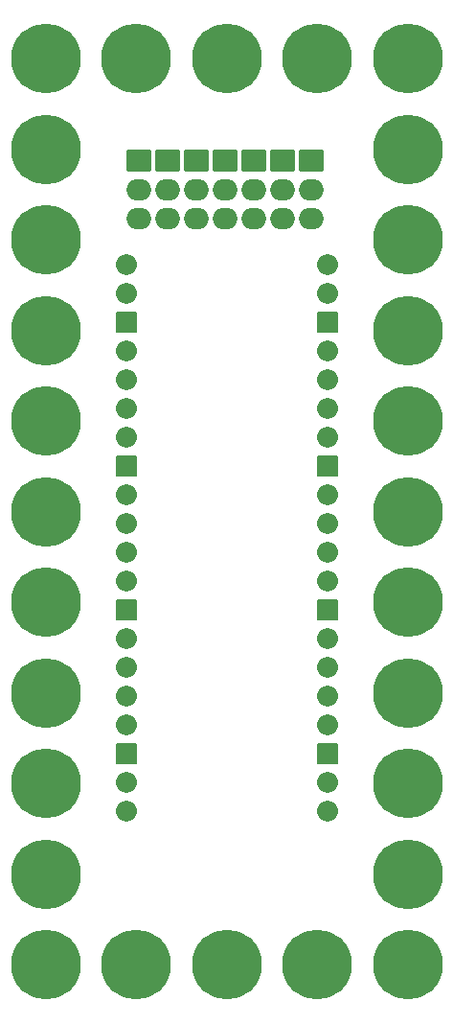
<source format=gbs>
G04 #@! TF.GenerationSoftware,KiCad,Pcbnew,(5.1.8)-1*
G04 #@! TF.CreationDate,2021-04-30T18:53:21-04:00*
G04 #@! TF.ProjectId,5x11-Raspi-Pico-Robot-Version,35783131-2d52-4617-9370-692d5069636f,v1.6*
G04 #@! TF.SameCoordinates,Original*
G04 #@! TF.FileFunction,Soldermask,Bot*
G04 #@! TF.FilePolarity,Negative*
%FSLAX46Y46*%
G04 Gerber Fmt 4.6, Leading zero omitted, Abs format (unit mm)*
G04 Created by KiCad (PCBNEW (5.1.8)-1) date 2021-04-30 18:53:21*
%MOMM*%
%LPD*%
G01*
G04 APERTURE LIST*
%ADD10O,2.184400X1.879600*%
%ADD11O,1.852400X1.852400*%
%ADD12C,6.152400*%
G04 APERTURE END LIST*
G36*
G01*
X17957800Y-84683600D02*
X17957800Y-82956400D01*
G75*
G02*
X18034000Y-82880200I76200J0D01*
G01*
X20066000Y-82880200D01*
G75*
G02*
X20142200Y-82956400I0J-76200D01*
G01*
X20142200Y-84683600D01*
G75*
G02*
X20066000Y-84759800I-76200J0D01*
G01*
X18034000Y-84759800D01*
G75*
G02*
X17957800Y-84683600I0J76200D01*
G01*
G37*
D10*
X19050000Y-86360000D03*
X19050000Y-88900000D03*
G36*
G01*
X10337800Y-84683600D02*
X10337800Y-82956400D01*
G75*
G02*
X10414000Y-82880200I76200J0D01*
G01*
X12446000Y-82880200D01*
G75*
G02*
X12522200Y-82956400I0J-76200D01*
G01*
X12522200Y-84683600D01*
G75*
G02*
X12446000Y-84759800I-76200J0D01*
G01*
X10414000Y-84759800D01*
G75*
G02*
X10337800Y-84683600I0J76200D01*
G01*
G37*
X11430000Y-86360000D03*
X11430000Y-88900000D03*
G36*
G01*
X23037800Y-84683600D02*
X23037800Y-82956400D01*
G75*
G02*
X23114000Y-82880200I76200J0D01*
G01*
X25146000Y-82880200D01*
G75*
G02*
X25222200Y-82956400I0J-76200D01*
G01*
X25222200Y-84683600D01*
G75*
G02*
X25146000Y-84759800I-76200J0D01*
G01*
X23114000Y-84759800D01*
G75*
G02*
X23037800Y-84683600I0J76200D01*
G01*
G37*
X24130000Y-86360000D03*
X24130000Y-88900000D03*
G36*
G01*
X20497800Y-84683600D02*
X20497800Y-82956400D01*
G75*
G02*
X20574000Y-82880200I76200J0D01*
G01*
X22606000Y-82880200D01*
G75*
G02*
X22682200Y-82956400I0J-76200D01*
G01*
X22682200Y-84683600D01*
G75*
G02*
X22606000Y-84759800I-76200J0D01*
G01*
X20574000Y-84759800D01*
G75*
G02*
X20497800Y-84683600I0J76200D01*
G01*
G37*
X21590000Y-86360000D03*
X21590000Y-88900000D03*
G36*
G01*
X12877800Y-84683600D02*
X12877800Y-82956400D01*
G75*
G02*
X12954000Y-82880200I76200J0D01*
G01*
X14986000Y-82880200D01*
G75*
G02*
X15062200Y-82956400I0J-76200D01*
G01*
X15062200Y-84683600D01*
G75*
G02*
X14986000Y-84759800I-76200J0D01*
G01*
X12954000Y-84759800D01*
G75*
G02*
X12877800Y-84683600I0J76200D01*
G01*
G37*
X13970000Y-86360000D03*
X13970000Y-88900000D03*
G36*
G01*
X15417800Y-84683600D02*
X15417800Y-82956400D01*
G75*
G02*
X15494000Y-82880200I76200J0D01*
G01*
X17526000Y-82880200D01*
G75*
G02*
X17602200Y-82956400I0J-76200D01*
G01*
X17602200Y-84683600D01*
G75*
G02*
X17526000Y-84759800I-76200J0D01*
G01*
X15494000Y-84759800D01*
G75*
G02*
X15417800Y-84683600I0J76200D01*
G01*
G37*
X16510000Y-86360000D03*
X16510000Y-88900000D03*
D11*
X28067000Y-141296251D03*
X28067000Y-138756251D03*
G36*
G01*
X28993200Y-135366251D02*
X28993200Y-137066251D01*
G75*
G02*
X28917000Y-137142451I-76200J0D01*
G01*
X27217000Y-137142451D01*
G75*
G02*
X27140800Y-137066251I0J76200D01*
G01*
X27140800Y-135366251D01*
G75*
G02*
X27217000Y-135290051I76200J0D01*
G01*
X28917000Y-135290051D01*
G75*
G02*
X28993200Y-135366251I0J-76200D01*
G01*
G37*
X28067000Y-133676251D03*
X28067000Y-131136251D03*
X28067000Y-128596251D03*
X28067000Y-126056251D03*
G36*
G01*
X28993200Y-122666251D02*
X28993200Y-124366251D01*
G75*
G02*
X28917000Y-124442451I-76200J0D01*
G01*
X27217000Y-124442451D01*
G75*
G02*
X27140800Y-124366251I0J76200D01*
G01*
X27140800Y-122666251D01*
G75*
G02*
X27217000Y-122590051I76200J0D01*
G01*
X28917000Y-122590051D01*
G75*
G02*
X28993200Y-122666251I0J-76200D01*
G01*
G37*
X28067000Y-120976251D03*
X28067000Y-118436251D03*
X28067000Y-115896251D03*
X28067000Y-113356251D03*
G36*
G01*
X28993200Y-109966251D02*
X28993200Y-111666251D01*
G75*
G02*
X28917000Y-111742451I-76200J0D01*
G01*
X27217000Y-111742451D01*
G75*
G02*
X27140800Y-111666251I0J76200D01*
G01*
X27140800Y-109966251D01*
G75*
G02*
X27217000Y-109890051I76200J0D01*
G01*
X28917000Y-109890051D01*
G75*
G02*
X28993200Y-109966251I0J-76200D01*
G01*
G37*
X28067000Y-108276251D03*
X28067000Y-105736251D03*
X28067000Y-103196251D03*
X28067000Y-100656251D03*
G36*
G01*
X28993200Y-97266251D02*
X28993200Y-98966251D01*
G75*
G02*
X28917000Y-99042451I-76200J0D01*
G01*
X27217000Y-99042451D01*
G75*
G02*
X27140800Y-98966251I0J76200D01*
G01*
X27140800Y-97266251D01*
G75*
G02*
X27217000Y-97190051I76200J0D01*
G01*
X28917000Y-97190051D01*
G75*
G02*
X28993200Y-97266251I0J-76200D01*
G01*
G37*
X28067000Y-95576251D03*
X28067000Y-93036251D03*
X10287000Y-93036251D03*
X10287000Y-95576251D03*
G36*
G01*
X11213200Y-97266251D02*
X11213200Y-98966251D01*
G75*
G02*
X11137000Y-99042451I-76200J0D01*
G01*
X9437000Y-99042451D01*
G75*
G02*
X9360800Y-98966251I0J76200D01*
G01*
X9360800Y-97266251D01*
G75*
G02*
X9437000Y-97190051I76200J0D01*
G01*
X11137000Y-97190051D01*
G75*
G02*
X11213200Y-97266251I0J-76200D01*
G01*
G37*
X10287000Y-100656251D03*
X10287000Y-103196251D03*
X10287000Y-105736251D03*
X10287000Y-108276251D03*
G36*
G01*
X11213200Y-109966251D02*
X11213200Y-111666251D01*
G75*
G02*
X11137000Y-111742451I-76200J0D01*
G01*
X9437000Y-111742451D01*
G75*
G02*
X9360800Y-111666251I0J76200D01*
G01*
X9360800Y-109966251D01*
G75*
G02*
X9437000Y-109890051I76200J0D01*
G01*
X11137000Y-109890051D01*
G75*
G02*
X11213200Y-109966251I0J-76200D01*
G01*
G37*
X10287000Y-113356251D03*
X10287000Y-115896251D03*
X10287000Y-118436251D03*
X10287000Y-120976251D03*
G36*
G01*
X11213200Y-122666251D02*
X11213200Y-124366251D01*
G75*
G02*
X11137000Y-124442451I-76200J0D01*
G01*
X9437000Y-124442451D01*
G75*
G02*
X9360800Y-124366251I0J76200D01*
G01*
X9360800Y-122666251D01*
G75*
G02*
X9437000Y-122590051I76200J0D01*
G01*
X11137000Y-122590051D01*
G75*
G02*
X11213200Y-122666251I0J-76200D01*
G01*
G37*
X10287000Y-126056251D03*
X10287000Y-128596251D03*
X10287000Y-131136251D03*
X10287000Y-133676251D03*
G36*
G01*
X11213200Y-135366251D02*
X11213200Y-137066251D01*
G75*
G02*
X11137000Y-137142451I-76200J0D01*
G01*
X9437000Y-137142451D01*
G75*
G02*
X9360800Y-137066251I0J76200D01*
G01*
X9360800Y-135366251D01*
G75*
G02*
X9437000Y-135290051I76200J0D01*
G01*
X11137000Y-135290051D01*
G75*
G02*
X11213200Y-135366251I0J-76200D01*
G01*
G37*
X10287000Y-138756251D03*
X10287000Y-141296251D03*
D10*
X26670000Y-88900000D03*
X26670000Y-86360000D03*
G36*
G01*
X25577800Y-84683600D02*
X25577800Y-82956400D01*
G75*
G02*
X25654000Y-82880200I76200J0D01*
G01*
X27686000Y-82880200D01*
G75*
G02*
X27762200Y-82956400I0J-76200D01*
G01*
X27762200Y-84683600D01*
G75*
G02*
X27686000Y-84759800I-76200J0D01*
G01*
X25654000Y-84759800D01*
G75*
G02*
X25577800Y-84683600I0J76200D01*
G01*
G37*
D12*
X3176000Y-130825001D03*
X35175000Y-90825001D03*
X3176000Y-122825001D03*
X27175000Y-154825001D03*
X3175000Y-98825001D03*
X35175000Y-122825001D03*
X3175000Y-114825001D03*
X35175000Y-82825001D03*
X3175000Y-82825001D03*
X35175000Y-74825001D03*
X11175000Y-154825001D03*
X3176000Y-146825001D03*
X3176000Y-106825001D03*
X19175000Y-74825001D03*
X3175000Y-90825001D03*
X35175000Y-154825001D03*
X27175000Y-74825001D03*
X35175000Y-146825001D03*
X35175000Y-106825001D03*
X35175000Y-138825001D03*
X3176000Y-138825001D03*
X35175000Y-130825001D03*
X35175000Y-114825001D03*
X3176000Y-154825001D03*
X19175000Y-154825001D03*
X35175000Y-98825001D03*
X11175000Y-74825001D03*
X3176000Y-74825001D03*
M02*

</source>
